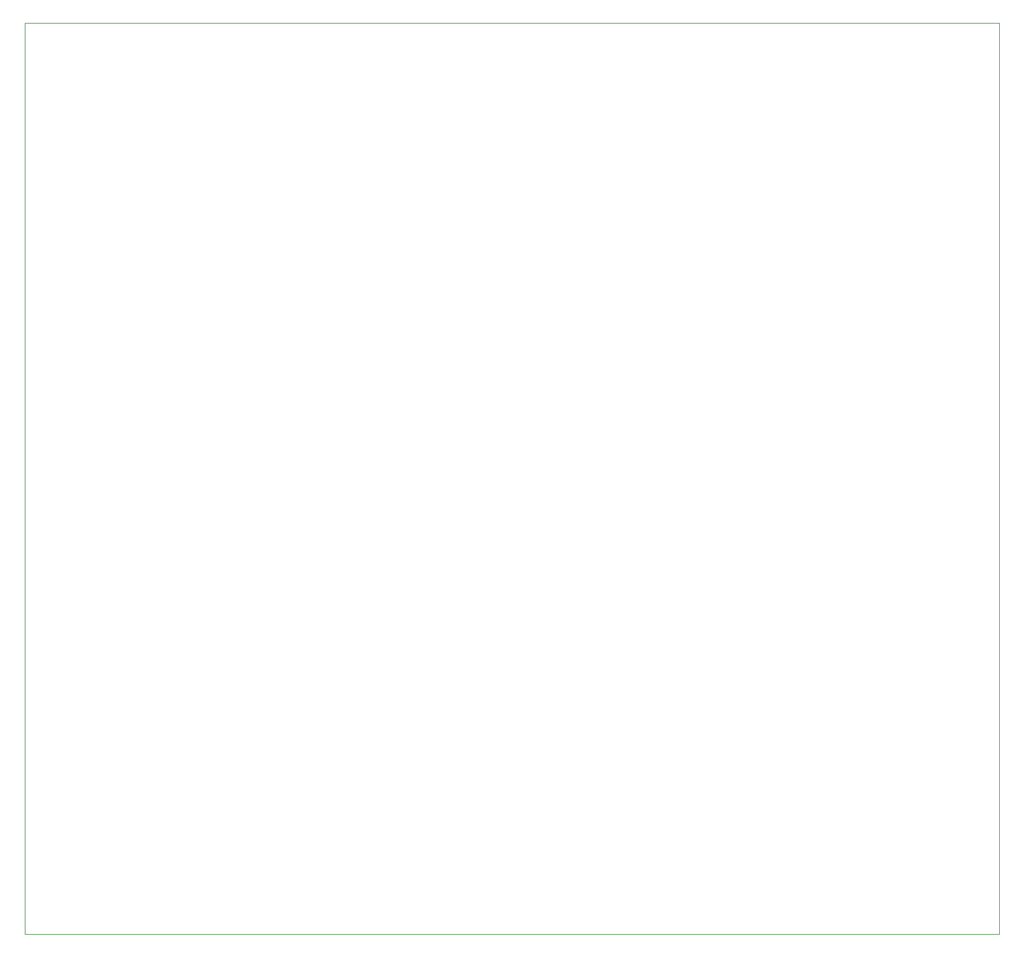
<source format=gbr>
%TF.GenerationSoftware,KiCad,Pcbnew,8.0.6*%
%TF.CreationDate,2025-05-19T18:35:20-06:00*%
%TF.ProjectId,main V5,6d61696e-2056-4352-9e6b-696361645f70,rev?*%
%TF.SameCoordinates,Original*%
%TF.FileFunction,Profile,NP*%
%FSLAX46Y46*%
G04 Gerber Fmt 4.6, Leading zero omitted, Abs format (unit mm)*
G04 Created by KiCad (PCBNEW 8.0.6) date 2025-05-19 18:35:20*
%MOMM*%
%LPD*%
G01*
G04 APERTURE LIST*
%TA.AperFunction,Profile*%
%ADD10C,0.050000*%
%TD*%
G04 APERTURE END LIST*
D10*
X65005000Y-39200000D02*
X197995000Y-39200000D01*
X197995000Y-163605000D01*
X65005000Y-163605000D01*
X65005000Y-39200000D01*
M02*

</source>
